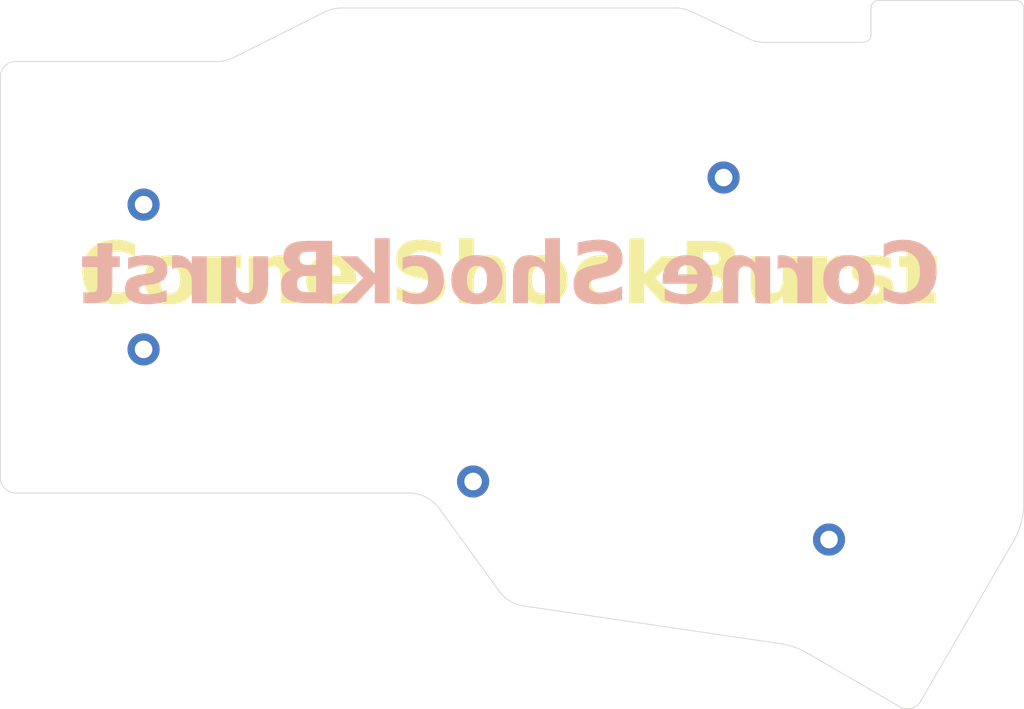
<source format=kicad_pcb>
(kicad_pcb (version 20221018) (generator pcbnew)
  (layers (0 "F.Cu" signal) (31 "B.Cu" signal) (34 "B.Paste" user) (35 "F.Paste" user) (36 "B.SilkS" user "B.Silkscreen") (37 "F.SilkS" user "F.Silkscreen") (38 "B.Mask" user) (39 "F.Mask" user) (44 "Edge.Cuts" user))
  (net 0 "")
  (footprint "kbd:M2_Hole_TH" (layer "F.Cu") (at 91.593723 92.7)
    (fp_text reference "" (at 0 -3.2) (layer "F.SilkS"))
    (fp_text value "")
    (pad "" thru_hole circle (at 0 0) (size 4.2 4.2) (drill 2.3) (layers "*.Cu" "*.Mask"))
  )
  (footprint "kbd:M2_Hole_TH" (layer "F.Cu") (at 134.74017 110)
    (fp_text reference "" (at 0 -3.2) (layer "F.SilkS"))
    (fp_text value "")
    (pad "" thru_hole circle (at 0 0) (size 4.2 4.2) (drill 2.3) (layers "*.Cu" "*.Mask"))
  )
  (footprint "kbd:M2_Hole_TH" (layer "F.Cu") (at 167.54017 70.2)
    (fp_text reference "" (at 0 -3.2) (layer "F.SilkS"))
    (fp_text value "")
    (pad "" thru_hole circle (at 0 0) (size 4.2 4.2) (drill 2.3) (layers "*.Cu" "*.Mask"))
  )
  (footprint "kbd:M2_Hole_TH" (layer "F.Cu") (at 181.343723 117.6)
    (fp_text reference "" (at 0 -3.2) (layer "F.SilkS"))
    (fp_text value "")
    (pad "" thru_hole circle (at 0 0) (size 4.2 4.2) (drill 2.3) (layers "*.Cu" "*.Mask"))
  )
  (footprint "kbd:M2_Hole_TH" (layer "F.Cu") (at 91.593723 73.746447)
    (fp_text reference "" (at 0 -3.2) (layer "F.SilkS"))
    (fp_text value "")
    (pad "" thru_hole circle (at 0 0) (size 4.2 4.2) (drill 2.3) (layers "*.Cu" "*.Mask"))
  )
  (gr_arc (start 193.344091 138.769102) (mid 192.127353 139.698606) (end 190.609757 139.495244) (stroke (width 0.1)) (layer "Edge.Cuts"))
  (gr_line (start 205.84017 47) (end 187.84017 47) (stroke (width 0.1)) (layer "Edge.Cuts"))
  (gr_arc (start 206.84017 112.809868) (mid 206.496855 115.407643) (end 205.490482 117.827049) (stroke (width 0.1)) (layer "Edge.Cuts"))
  (gr_arc (start 72.84017 57) (mid 73.425956 55.585786) (end 74.84017 55) (stroke (width 0.1)) (layer "Edge.Cuts"))
  (gr_line (start 103.395898 54.472136) (end 115.284442 48.527864) (stroke (width 0.1)) (layer "Edge.Cuts"))
  (gr_line (start 170.824069 52.018689) (end 163.356271 48.481311) (stroke (width 0.1)) (layer "Edge.Cuts"))
  (gr_arc (start 141.423516 126.307973) (mid 139.560876 125.636286) (end 138.104989 124.294274) (stroke (width 0.1)) (layer "Edge.Cuts"))
  (gr_arc (start 186.84017 48) (mid 187.133061 47.292883) (end 187.84017 47) (stroke (width 0.1)) (layer "Edge.Cuts"))
  (gr_arc (start 205.84017 47) (mid 206.547296 47.292883) (end 206.84017 48) (stroke (width 0.1)) (layer "Edge.Cuts"))
  (gr_arc (start 172.964501 52.5) (mid 171.867561 52.378189) (end 170.824069 52.018689) (stroke (width 0.1)) (layer "Edge.Cuts"))
  (gr_line (start 72.84017 57) (end 72.84017 109.5) (stroke (width 0.1)) (layer "Edge.Cuts"))
  (gr_arc (start 74.84017 111.5) (mid 73.425956 110.914214) (end 72.84017 109.5) (stroke (width 0.1)) (layer "Edge.Cuts"))
  (gr_arc (start 186.84017 51.5) (mid 186.547275 52.207096) (end 185.84017 52.5) (stroke (width 0.1)) (layer "Edge.Cuts"))
  (gr_line (start 193.344091 138.769102) (end 205.490482 117.827049) (stroke (width 0.1)) (layer "Edge.Cuts"))
  (gr_line (start 185.84017 52.5) (end 172.964501 52.5) (stroke (width 0.1)) (layer "Edge.Cuts"))
  (gr_line (start 74.84017 55) (end 101.15983 55) (stroke (width 0.1)) (layer "Edge.Cuts"))
  (gr_arc (start 174.924633 131.222832) (mid 176.779178 131.675273) (end 178.513956 132.471876) (stroke (width 0.1)) (layer "Edge.Cuts"))
  (gr_line (start 178.513956 132.471876) (end 190.609757 139.495244) (stroke (width 0.1)) (layer "Edge.Cuts"))
  (gr_line (start 186.84017 48) (end 186.84017 51.5) (stroke (width 0.1)) (layer "Edge.Cuts"))
  (gr_line (start 206.84017 112.809868) (end 206.84017 48) (stroke (width 0.1)) (layer "Edge.Cuts"))
  (gr_line (start 130.33729 113.567451) (end 138.104989 124.294274) (stroke (width 0.1)) (layer "Edge.Cuts"))
  (gr_arc (start 115.284442 48.527864) (mid 116.371749 48.133768) (end 117.52051 48) (stroke (width 0.1)) (layer "Edge.Cuts"))
  (gr_line (start 74.84017 111.5) (end 126.287579 111.5) (stroke (width 0.1)) (layer "Edge.Cuts"))
  (gr_arc (start 161.215839 48) (mid 162.312776 48.12182) (end 163.356271 48.481311) (stroke (width 0.1)) (layer "Edge.Cuts"))
  (gr_arc (start 126.287579 111.5) (mid 128.561047 112.04675) (end 130.33729 113.567451) (stroke (width 0.1)) (layer "Edge.Cuts"))
  (gr_line (start 141.423516 126.307973) (end 174.924633 131.222832) (stroke (width 0.1)) (layer "Edge.Cuts"))
  (gr_line (start 161.215839 48) (end 117.52051 48) (stroke (width 0.1)) (layer "Edge.Cuts"))
  (gr_arc (start 103.395898 54.472136) (mid 102.308589 54.866219) (end 101.15983 55) (stroke (width 0.1)) (layer "Edge.Cuts"))
  (gr_text "Corne ShockBurst" (at 196 88) (layer "B.SilkS") (effects (font (size 8 8) (thickness 0.15) italic) (justify left bottom mirror)))
  (gr_text "Corne ShockBurst" (at 83 88) (layer "F.SilkS") (effects (font (size 8 8) (thickness 0.15) italic) (justify left bottom)))
)
</source>
